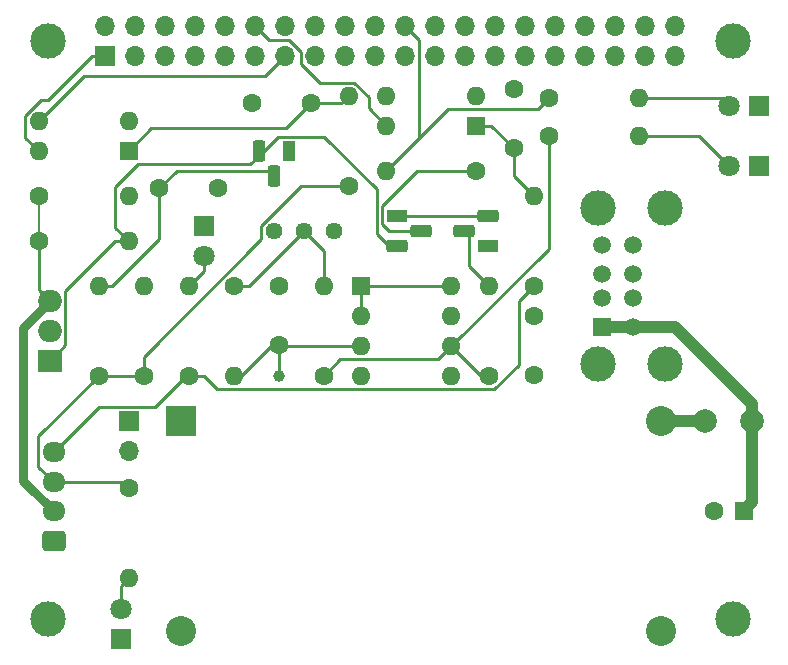
<source format=gtl>
%TF.GenerationSoftware,KiCad,Pcbnew,(5.99.0-12255-gad1ee958b0)*%
%TF.CreationDate,2021-12-04T14:30:29+01:00*%
%TF.ProjectId,RPi_car_HAT,5250695f-6361-4725-9f48-41542e6b6963,rev?*%
%TF.SameCoordinates,Original*%
%TF.FileFunction,Copper,L1,Top*%
%TF.FilePolarity,Positive*%
%FSLAX46Y46*%
G04 Gerber Fmt 4.6, Leading zero omitted, Abs format (unit mm)*
G04 Created by KiCad (PCBNEW (5.99.0-12255-gad1ee958b0)) date 2021-12-04 14:30:29*
%MOMM*%
%LPD*%
G01*
G04 APERTURE LIST*
G04 Aperture macros list*
%AMRoundRect*
0 Rectangle with rounded corners*
0 $1 Rounding radius*
0 $2 $3 $4 $5 $6 $7 $8 $9 X,Y pos of 4 corners*
0 Add a 4 corners polygon primitive as box body*
4,1,4,$2,$3,$4,$5,$6,$7,$8,$9,$2,$3,0*
0 Add four circle primitives for the rounded corners*
1,1,$1+$1,$2,$3*
1,1,$1+$1,$4,$5*
1,1,$1+$1,$6,$7*
1,1,$1+$1,$8,$9*
0 Add four rect primitives between the rounded corners*
20,1,$1+$1,$2,$3,$4,$5,0*
20,1,$1+$1,$4,$5,$6,$7,0*
20,1,$1+$1,$6,$7,$8,$9,0*
20,1,$1+$1,$8,$9,$2,$3,0*%
G04 Aperture macros list end*
%TA.AperFunction,WasherPad*%
%ADD10C,3.000000*%
%TD*%
%TA.AperFunction,ComponentPad*%
%ADD11C,1.000000*%
%TD*%
%TA.AperFunction,ComponentPad*%
%ADD12C,1.600000*%
%TD*%
%TA.AperFunction,ComponentPad*%
%ADD13O,1.600000X1.600000*%
%TD*%
%TA.AperFunction,ComponentPad*%
%ADD14C,1.440000*%
%TD*%
%TA.AperFunction,ComponentPad*%
%ADD15R,1.600000X1.600000*%
%TD*%
%TA.AperFunction,ComponentPad*%
%ADD16R,1.500000X1.500000*%
%TD*%
%TA.AperFunction,ComponentPad*%
%ADD17C,1.500000*%
%TD*%
%TA.AperFunction,ComponentPad*%
%ADD18C,3.000000*%
%TD*%
%TA.AperFunction,ComponentPad*%
%ADD19R,1.800000X1.100000*%
%TD*%
%TA.AperFunction,ComponentPad*%
%ADD20RoundRect,0.275000X0.625000X-0.275000X0.625000X0.275000X-0.625000X0.275000X-0.625000X-0.275000X0*%
%TD*%
%TA.AperFunction,ComponentPad*%
%ADD21R,1.800000X1.800000*%
%TD*%
%TA.AperFunction,ComponentPad*%
%ADD22C,1.800000*%
%TD*%
%TA.AperFunction,ComponentPad*%
%ADD23RoundRect,0.275000X-0.625000X0.275000X-0.625000X-0.275000X0.625000X-0.275000X0.625000X0.275000X0*%
%TD*%
%TA.AperFunction,ComponentPad*%
%ADD24RoundRect,0.250000X0.725000X-0.600000X0.725000X0.600000X-0.725000X0.600000X-0.725000X-0.600000X0*%
%TD*%
%TA.AperFunction,ComponentPad*%
%ADD25O,1.950000X1.700000*%
%TD*%
%TA.AperFunction,ComponentPad*%
%ADD26R,1.100000X1.800000*%
%TD*%
%TA.AperFunction,ComponentPad*%
%ADD27RoundRect,0.275000X0.275000X0.625000X-0.275000X0.625000X-0.275000X-0.625000X0.275000X-0.625000X0*%
%TD*%
%TA.AperFunction,ComponentPad*%
%ADD28R,2.540000X2.540000*%
%TD*%
%TA.AperFunction,ComponentPad*%
%ADD29C,2.540000*%
%TD*%
%TA.AperFunction,ComponentPad*%
%ADD30R,2.000000X1.905000*%
%TD*%
%TA.AperFunction,ComponentPad*%
%ADD31O,2.000000X1.905000*%
%TD*%
%TA.AperFunction,ComponentPad*%
%ADD32C,2.000000*%
%TD*%
%TA.AperFunction,ComponentPad*%
%ADD33R,1.700000X1.700000*%
%TD*%
%TA.AperFunction,ComponentPad*%
%ADD34O,1.700000X1.700000*%
%TD*%
%TA.AperFunction,Conductor*%
%ADD35C,0.250000*%
%TD*%
%TA.AperFunction,Conductor*%
%ADD36C,1.000000*%
%TD*%
%TA.AperFunction,Conductor*%
%ADD37C,0.750000*%
%TD*%
%TA.AperFunction,Conductor*%
%ADD38C,0.200000*%
%TD*%
G04 APERTURE END LIST*
D10*
X82040000Y-64310000D03*
X140040000Y-64330000D03*
X82040000Y-113320000D03*
X140030000Y-113310000D03*
D11*
X101600000Y-92710000D03*
D12*
X119380000Y-92710000D03*
D13*
X119380000Y-85090000D03*
D14*
X101184755Y-80425244D03*
X103724755Y-80425244D03*
X106264755Y-80425244D03*
D15*
X88890000Y-73665000D03*
D13*
X88890000Y-71125000D03*
X81270000Y-71125000D03*
X81270000Y-73665000D03*
D16*
X129010000Y-88590000D03*
D17*
X129010000Y-86090000D03*
X129010000Y-84090000D03*
X129010000Y-81590000D03*
X131630000Y-88590000D03*
X131630000Y-86090000D03*
X131630000Y-84090000D03*
X131630000Y-81590000D03*
D18*
X128660000Y-78520000D03*
X134340000Y-78520000D03*
X128660000Y-91660000D03*
X134340000Y-91660000D03*
D12*
X124460000Y-69215000D03*
D13*
X132080000Y-69215000D03*
D12*
X107534755Y-76615244D03*
D13*
X107534755Y-68995244D03*
D12*
X86360000Y-92710000D03*
D13*
X86360000Y-85090000D03*
D19*
X119364755Y-81695244D03*
D20*
X117294755Y-80425244D03*
X119364755Y-79155244D03*
D12*
X91480000Y-76835000D03*
X96480000Y-76835000D03*
D15*
X108595000Y-85100000D03*
D13*
X108595000Y-87640000D03*
X108595000Y-90180000D03*
X108595000Y-92720000D03*
X116215000Y-92720000D03*
X116215000Y-90180000D03*
X116215000Y-87640000D03*
X116215000Y-85100000D03*
D21*
X88265000Y-114940000D03*
D22*
X88265000Y-112400000D03*
D21*
X142240000Y-74930000D03*
D22*
X139700000Y-74930000D03*
D19*
X111579755Y-79155244D03*
D23*
X113649755Y-80425244D03*
X111579755Y-81695244D03*
D12*
X88900000Y-102235000D03*
D13*
X88900000Y-109855000D03*
D21*
X142240000Y-69850000D03*
D22*
X139700000Y-69850000D03*
D12*
X124460000Y-72390000D03*
D13*
X132080000Y-72390000D03*
D12*
X93980000Y-92710000D03*
D13*
X93980000Y-85090000D03*
D12*
X105410000Y-92710000D03*
D13*
X105410000Y-85090000D03*
D24*
X82550000Y-106680000D03*
D25*
X82550000Y-104180000D03*
X82550000Y-101680000D03*
X82550000Y-99180000D03*
D15*
X118319755Y-71540244D03*
D13*
X118319755Y-69000244D03*
X110699755Y-69000244D03*
X110699755Y-71540244D03*
D26*
X102454755Y-73675244D03*
D27*
X101184755Y-75745244D03*
X99914755Y-73675244D03*
D12*
X81280000Y-77470000D03*
D13*
X88900000Y-77470000D03*
D15*
X140970000Y-104140000D03*
D12*
X138470000Y-104140000D03*
D28*
X93345000Y-96520000D03*
D29*
X93345000Y-114300000D03*
X133985000Y-114300000D03*
X133985000Y-96520000D03*
D12*
X97790000Y-85090000D03*
D13*
X97790000Y-92710000D03*
D30*
X82225000Y-91440000D03*
D31*
X82225000Y-88900000D03*
X82225000Y-86360000D03*
D12*
X123190000Y-87670000D03*
X123190000Y-92670000D03*
D21*
X95250000Y-80005000D03*
D22*
X95250000Y-82545000D03*
D12*
X118329755Y-75345244D03*
D13*
X110709755Y-75345244D03*
D12*
X101600000Y-90130000D03*
X101600000Y-85130000D03*
D32*
X137700000Y-96520000D03*
X141700000Y-96520000D03*
D33*
X88900000Y-96520000D03*
D34*
X88900000Y-99060000D03*
D12*
X90170000Y-92710000D03*
D13*
X90170000Y-85090000D03*
D12*
X123190000Y-85090000D03*
D13*
X123190000Y-77470000D03*
D12*
X104359755Y-69630244D03*
X99359755Y-69630244D03*
X81280000Y-81280000D03*
D13*
X88900000Y-81280000D03*
D12*
X121504755Y-73440244D03*
X121504755Y-68440244D03*
D33*
X86920000Y-65590000D03*
D34*
X86920000Y-63050000D03*
X89460000Y-65590000D03*
X89460000Y-63050000D03*
X92000000Y-65590000D03*
X92000000Y-63050000D03*
X94540000Y-65590000D03*
X94540000Y-63050000D03*
X97080000Y-65590000D03*
X97080000Y-63050000D03*
X99620000Y-65590000D03*
X99620000Y-63050000D03*
X102160000Y-65590000D03*
X102160000Y-63050000D03*
X104700000Y-65590000D03*
X104700000Y-63050000D03*
X107240000Y-65590000D03*
X107240000Y-63050000D03*
X109780000Y-65590000D03*
X109780000Y-63050000D03*
X112320000Y-65590000D03*
X112320000Y-63050000D03*
X114860000Y-65590000D03*
X114860000Y-63050000D03*
X117400000Y-65590000D03*
X117400000Y-63050000D03*
X119940000Y-65590000D03*
X119940000Y-63050000D03*
X122480000Y-65590000D03*
X122480000Y-63050000D03*
X125020000Y-65590000D03*
X125020000Y-63050000D03*
X127560000Y-65590000D03*
X127560000Y-63050000D03*
X130100000Y-65590000D03*
X130100000Y-63050000D03*
X132640000Y-65590000D03*
X132640000Y-63050000D03*
X135180000Y-65590000D03*
X135180000Y-63050000D03*
D35*
X85820000Y-65590000D02*
X86920000Y-65590000D01*
X81449700Y-69355000D02*
X82055000Y-69355000D01*
X80145489Y-70659211D02*
X81449700Y-69355000D01*
X82055000Y-69355000D02*
X85820000Y-65590000D01*
X81270000Y-73665000D02*
X80145489Y-72540489D01*
X80145489Y-72540489D02*
X80145489Y-70659211D01*
D36*
X141700000Y-103410000D02*
X140970000Y-104140000D01*
X141700000Y-95105787D02*
X135184213Y-88590000D01*
X141700000Y-96520000D02*
X141700000Y-103410000D01*
X141700000Y-96520000D02*
X141700000Y-95105787D01*
X135184213Y-88590000D02*
X129010000Y-88590000D01*
D35*
X100794511Y-64224511D02*
X102455521Y-64224511D01*
X103525489Y-65294479D02*
X103525489Y-66295969D01*
X109220000Y-69090189D02*
X109220000Y-70060489D01*
X103525489Y-66295969D02*
X105100253Y-67870733D01*
X99620000Y-63050000D02*
X100794511Y-64224511D01*
X105100253Y-67870733D02*
X108000544Y-67870733D01*
X108000544Y-67870733D02*
X109220000Y-69090189D01*
X102455521Y-64224511D02*
X103525489Y-65294479D01*
X109220000Y-70060489D02*
X110699755Y-71540244D01*
X81270000Y-71125000D02*
X85110000Y-67285000D01*
X85110000Y-67285000D02*
X100465000Y-67285000D01*
X100465000Y-67285000D02*
X102160000Y-65590000D01*
X113494511Y-64224511D02*
X112320000Y-63050000D01*
X110709755Y-75345244D02*
X115930243Y-70124755D01*
X123550245Y-70124755D02*
X115930243Y-70124755D01*
X113494511Y-72560488D02*
X113494511Y-64224511D01*
X124460000Y-69215000D02*
X123550245Y-70124755D01*
X91480000Y-81101370D02*
X91480000Y-76835000D01*
X92969756Y-75345244D02*
X101184755Y-75345244D01*
X87491370Y-85090000D02*
X91480000Y-81101370D01*
X91480000Y-76835000D02*
X92969756Y-75345244D01*
X86360000Y-85090000D02*
X87491370Y-85090000D01*
X88900000Y-81280000D02*
X87768630Y-81280000D01*
X110905244Y-81695244D02*
X111979755Y-81695244D01*
X87775489Y-76689511D02*
X87775489Y-80155489D01*
X87768630Y-81280000D02*
X83549520Y-85499110D01*
X87775489Y-80155489D02*
X88900000Y-81280000D01*
X83549520Y-90115480D02*
X82225000Y-91440000D01*
X99914755Y-74075244D02*
X99200488Y-74789511D01*
X109905724Y-76885724D02*
X109905724Y-80695724D01*
X109905724Y-80695724D02*
X110905244Y-81695244D01*
X101539266Y-72450733D02*
X105470733Y-72450733D01*
X89675489Y-74789511D02*
X87775489Y-76689511D01*
X83549520Y-85499110D02*
X83549520Y-90115480D01*
X99200488Y-74789511D02*
X89675489Y-74789511D01*
X105470733Y-72450733D02*
X109905724Y-76885724D01*
X99914755Y-74075244D02*
X101539266Y-72450733D01*
X117694755Y-83404755D02*
X119380000Y-85090000D01*
X117694755Y-80425244D02*
X117694755Y-83404755D01*
X111979755Y-79155244D02*
X118964755Y-79155244D01*
X118329755Y-75345244D02*
X113290733Y-75345244D01*
X110355244Y-78280733D02*
X110355244Y-79875244D01*
X110355244Y-79875244D02*
X110905244Y-80425244D01*
X113290733Y-75345244D02*
X110355244Y-78280733D01*
X110905244Y-80425244D02*
X113249755Y-80425244D01*
X81280000Y-81280000D02*
X81280000Y-85415000D01*
D37*
X79970000Y-88615000D02*
X82225000Y-86360000D01*
D35*
X81280000Y-85415000D02*
X82225000Y-86360000D01*
D37*
X79970000Y-101600000D02*
X79970000Y-88615000D01*
X82550000Y-104180000D02*
X79970000Y-101600000D01*
D38*
X81280000Y-77470000D02*
X81280000Y-81280000D01*
D35*
X104359755Y-69630244D02*
X106899755Y-69630244D01*
X104359755Y-69630244D02*
X102234999Y-71755000D01*
X102234999Y-71755000D02*
X90800000Y-71755000D01*
X106899755Y-69630244D02*
X107534755Y-68995244D01*
X90800000Y-71755000D02*
X88890000Y-73665000D01*
X108595000Y-85100000D02*
X116215000Y-85100000D01*
X108595000Y-85100000D02*
X108595000Y-87640000D01*
X132080000Y-72390000D02*
X137160000Y-72390000D01*
X137160000Y-72390000D02*
X139700000Y-74930000D01*
X108595000Y-90180000D02*
X101650000Y-90180000D01*
X101600000Y-90130000D02*
X101600000Y-92710000D01*
X101005000Y-90130000D02*
X101600000Y-90130000D01*
X101650000Y-90180000D02*
X101600000Y-90130000D01*
X98425000Y-92710000D02*
X101005000Y-90130000D01*
X103517592Y-76615244D02*
X107534755Y-76615244D01*
X81250480Y-97819520D02*
X86360000Y-92710000D01*
X81250480Y-100380480D02*
X81250480Y-97819520D01*
X88345000Y-101680000D02*
X88900000Y-102235000D01*
X86360000Y-92710000D02*
X90170000Y-92710000D01*
X100140244Y-81149456D02*
X100140244Y-79992592D01*
X82550000Y-101680000D02*
X81250480Y-100380480D01*
X90170000Y-91119700D02*
X100140244Y-81149456D01*
X100140244Y-79992592D02*
X103517592Y-76615244D01*
X82550000Y-101680000D02*
X88345000Y-101680000D01*
X90170000Y-92710000D02*
X90170000Y-91119700D01*
X121920000Y-86360000D02*
X123190000Y-85090000D01*
X86384511Y-95345489D02*
X91090511Y-95345489D01*
X95250000Y-92710000D02*
X96384511Y-93844511D01*
X91090511Y-95345489D02*
X93726000Y-92710000D01*
X93726000Y-92710000D02*
X95250000Y-92710000D01*
X82550000Y-99180000D02*
X86384511Y-95345489D01*
X119835789Y-93844511D02*
X121920000Y-91760300D01*
X96384511Y-93844511D02*
X119835789Y-93844511D01*
X121920000Y-91760300D02*
X121920000Y-86360000D01*
D36*
X133985000Y-96520000D02*
X137700000Y-96520000D01*
D35*
X118319755Y-71540244D02*
X119604755Y-71540244D01*
X121504755Y-75784755D02*
X123190000Y-77470000D01*
X119604755Y-71540244D02*
X121504755Y-73440244D01*
X121504755Y-73440244D02*
X121504755Y-75784755D01*
X88265000Y-112400000D02*
X88265000Y-110490000D01*
X88265000Y-110490000D02*
X88900000Y-109855000D01*
X95250000Y-82545000D02*
X95250000Y-83820000D01*
X95250000Y-83820000D02*
X93980000Y-85090000D01*
X139065000Y-69215000D02*
X139700000Y-69850000D01*
X132080000Y-69215000D02*
X139065000Y-69215000D01*
X124460000Y-81935000D02*
X124460000Y-72390000D01*
X118745000Y-92710000D02*
X119380000Y-92710000D01*
X105410000Y-92710000D02*
X106815489Y-91304511D01*
X106815489Y-91304511D02*
X115090489Y-91304511D01*
X116215000Y-90180000D02*
X118745000Y-92710000D01*
X116215000Y-90180000D02*
X124460000Y-81935000D01*
X115090489Y-91304511D02*
X116215000Y-90180000D01*
X103724755Y-80425244D02*
X99059999Y-85090000D01*
X105410000Y-85090000D02*
X105410000Y-82110489D01*
X105410000Y-82110489D02*
X103724755Y-80425244D01*
X99059999Y-85090000D02*
X97790000Y-85090000D01*
M02*

</source>
